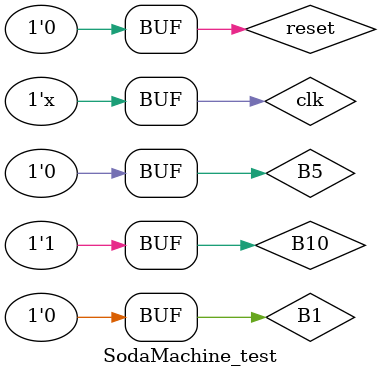
<source format=v>
`timescale 1ns / 1ps

module SodaMachine_test();
    reg clk, reset, B1, B5, B10;
    wire bottle, R1, R5;
    SodaMachine m(clk, reset, B1, B5, B10, bottle, R1, R5);
    always #10 clk = ~clk; 
    initial begin
     
        clk = 0;
        reset = 1;
        
        #15 reset = 0;
        #15 B1 = 1; B5 = 0; B10 = 0;
        #120 B1 = 0; B5 = 0; B10 = 1;
        
    end
    
endmodule

</source>
